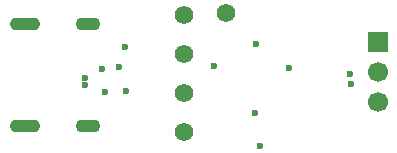
<source format=gbs>
G04*
G04 #@! TF.GenerationSoftware,Altium Limited,Altium Designer,21.2.2 (38)*
G04*
G04 Layer_Color=16711935*
%FSLAX25Y25*%
%MOIN*%
G70*
G04*
G04 #@! TF.SameCoordinates,D102F6C4-1F96-4035-BECF-554025CD0FF2*
G04*
G04*
G04 #@! TF.FilePolarity,Negative*
G04*
G01*
G75*
G04:AMPARAMS|DCode=27|XSize=43.31mil|YSize=82.68mil|CornerRadius=21.65mil|HoleSize=0mil|Usage=FLASHONLY|Rotation=270.000|XOffset=0mil|YOffset=0mil|HoleType=Round|Shape=RoundedRectangle|*
%AMROUNDEDRECTD27*
21,1,0.04331,0.03937,0,0,270.0*
21,1,0.00000,0.08268,0,0,270.0*
1,1,0.04331,-0.01968,0.00000*
1,1,0.04331,-0.01968,0.00000*
1,1,0.04331,0.01968,0.00000*
1,1,0.04331,0.01968,0.00000*
%
%ADD27ROUNDEDRECTD27*%
G04:AMPARAMS|DCode=28|XSize=43.31mil|YSize=102.36mil|CornerRadius=21.65mil|HoleSize=0mil|Usage=FLASHONLY|Rotation=270.000|XOffset=0mil|YOffset=0mil|HoleType=Round|Shape=RoundedRectangle|*
%AMROUNDEDRECTD28*
21,1,0.04331,0.05906,0,0,270.0*
21,1,0.00000,0.10236,0,0,270.0*
1,1,0.04331,-0.02953,0.00000*
1,1,0.04331,-0.02953,0.00000*
1,1,0.04331,0.02953,0.00000*
1,1,0.04331,0.02953,0.00000*
%
%ADD28ROUNDEDRECTD28*%
%ADD29R,0.06693X0.06693*%
%ADD30C,0.06693*%
%ADD31C,0.06181*%
%ADD32C,0.02362*%
D27*
X29961Y43508D02*
D03*
Y9492D02*
D03*
D28*
X8858Y43508D02*
D03*
Y9492D02*
D03*
D29*
X126500Y37500D02*
D03*
D30*
Y27500D02*
D03*
Y17500D02*
D03*
D31*
X76000Y47000D02*
D03*
X62000Y33500D02*
D03*
Y7500D02*
D03*
Y20500D02*
D03*
Y46500D02*
D03*
D32*
X35678Y20608D02*
D03*
X87300Y2800D02*
D03*
X42500Y21100D02*
D03*
X40400Y29200D02*
D03*
X42300Y35700D02*
D03*
X28801Y23162D02*
D03*
X96767Y28595D02*
D03*
X85761Y36650D02*
D03*
X85735Y13602D02*
D03*
X71844Y29428D02*
D03*
X117499Y23367D02*
D03*
X117400Y26600D02*
D03*
X34500Y28500D02*
D03*
X28875Y25539D02*
D03*
M02*

</source>
